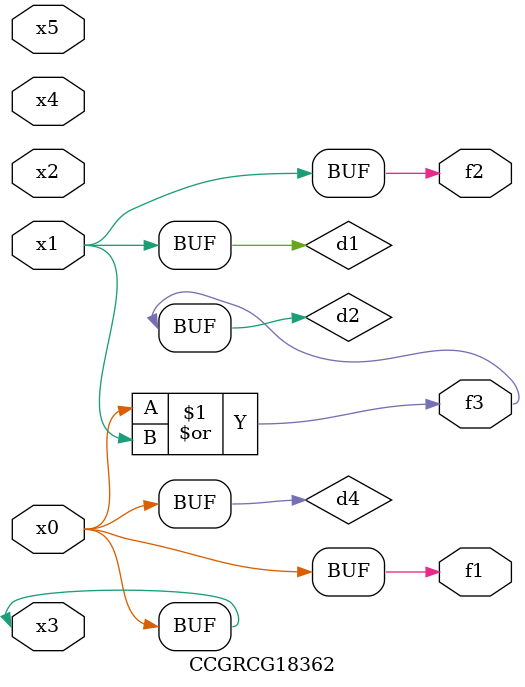
<source format=v>
module CCGRCG18362(
	input x0, x1, x2, x3, x4, x5,
	output f1, f2, f3
);

	wire d1, d2, d3, d4;

	and (d1, x1);
	or (d2, x0, x1);
	nand (d3, x0, x5);
	buf (d4, x0, x3);
	assign f1 = d4;
	assign f2 = d1;
	assign f3 = d2;
endmodule

</source>
